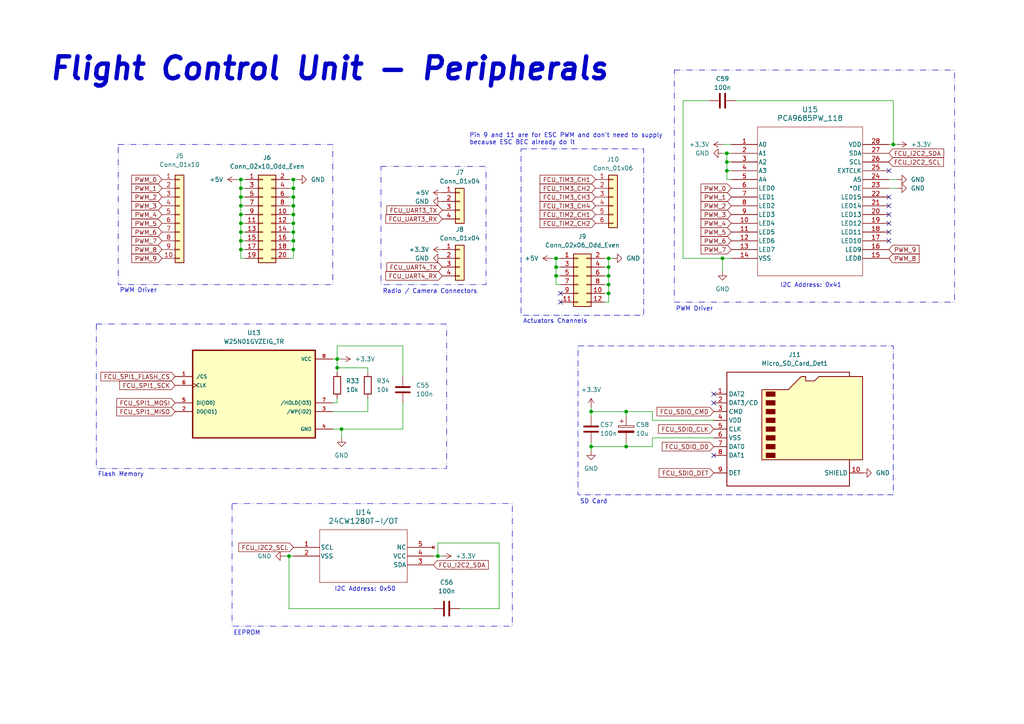
<source format=kicad_sch>
(kicad_sch (version 20250114) (generator "eeschema") (generator_version "9.0")
  (paper "A4")
  (title_block (title "Flight Control Unit - Peripherals") (rev "0.1.2") (company "Breno Soares Alves"))
  (lib_symbols
    (symbol "Aircraft_Components:24CW1280T-I_OT" (pin_names (offset 0.254))
      (property "Reference" "U" (at 20.32 10.16 0))
      (property "Value" "24CW1280T-I/OT" (at 20.32 7.62 0))
      (symbol "24CW1280T-I_OT_0_1"
        (polyline (pts (xy 7.62 5.08) (xy 7.62 -10.16)) (stroke (width 0.127)))
        (polyline (pts (xy 7.62 -10.16) (xy 33.02 -10.16)) (stroke (width 0.127)))
        (polyline (pts (xy 33.02 5.08) (xy 7.62 5.08)) (stroke (width 0.127)))
        (polyline (pts (xy 33.02 -10.16) (xy 33.02 5.08)) (stroke (width 0.127)))
        (pin unspecified line (at 0 0 0) (length 7.62) (name "SCL") (number "1"))
        (pin power_out line (at 0 -2.54 0) (length 7.62) (name "VSS") (number "2"))
        (pin no_connect line (at 40.64 0 180) (length 7.62) (name "NC") (number "5"))
        (pin power_in line (at 40.64 -2.54 180) (length 7.62) (name "VCC") (number "4"))
        (pin unspecified line (at 40.64 -5.08 180) (length 7.62) (name "SDA") (number "3"))
      )
    )
    (symbol "Aircraft_Components:PCA9685PW_118" (pin_names (offset 0.254))
      (property "Reference" "U" (at 22.86 10.16 0))
      (property "Value" "PCA9685PW_118" (at 22.86 7.62 0))
      (symbol "PCA9685PW_118_0_1"
        (polyline (pts (xy 7.62 5.08) (xy 7.62 -38.1)) (stroke (width 0.127)))
        (polyline (pts (xy 7.62 -38.1) (xy 38.1 -38.1)) (stroke (width 0.127)))
        (polyline (pts (xy 38.1 5.08) (xy 7.62 5.08)) (stroke (width 0.127)))
        (polyline (pts (xy 38.1 -38.1) (xy 38.1 5.08)) (stroke (width 0.127)))
        (pin input line (at 0 0 0) (length 7.62) (name "A0") (number "1"))
        (pin input line (at 0 -2.54 0) (length 7.62) (name "A1") (number "2"))
        (pin output line (at 0 -5.08 0) (length 7.62) (name "A2") (number "3"))
        (pin output line (at 0 -7.62 0) (length 7.62) (name "A3") (number "4"))
        (pin output line (at 0 -10.16 0) (length 7.62) (name "A4") (number "5"))
        (pin output line (at 0 -12.7 0) (length 7.62) (name "LED0") (number "6"))
        (pin output line (at 0 -15.24 0) (length 7.62) (name "LED1") (number "7"))
        (pin output line (at 0 -17.78 0) (length 7.62) (name "LED2") (number "8"))
        (pin output line (at 0 -20.32 0) (length 7.62) (name "LED3") (number "9"))
        (pin output line (at 0 -22.86 0) (length 7.62) (name "LED4") (number "10"))
        (pin power_out line (at 0 -25.4 0) (length 7.62) (name "LED5") (number "11"))
        (pin output line (at 0 -27.94 0) (length 7.62) (name "LED6") (number "12"))
        (pin output line (at 0 -30.48 0) (length 7.62) (name "LED7") (number "13"))
        (pin output line (at 0 -33.02 0) (length 7.62) (name "VSS") (number "14"))
        (pin input line (at 45.72 0 180) (length 7.62) (name "VDD") (number "28"))
        (pin input line (at 45.72 -2.54 180) (length 7.62) (name "SDA") (number "27"))
        (pin input line (at 45.72 -5.08 180) (length 7.62) (name "SCL") (number "26"))
        (pin power_in line (at 45.72 -7.62 180) (length 7.62) (name "EXTCLK") (number "25"))
        (pin bidirectional line (at 45.72 -10.16 180) (length 7.62) (name "A5") (number "24"))
        (pin input line (at 45.72 -12.7 180) (length 7.62) (name "*OE") (number "23"))
        (pin input line (at 45.72 -15.24 180) (length 7.62) (name "LED15") (number "22"))
        (pin bidirectional line (at 45.72 -17.78 180) (length 7.62) (name "LED14") (number "21"))
        (pin input line (at 45.72 -20.32 180) (length 7.62) (name "LED13") (number "20"))
        (pin output line (at 45.72 -22.86 180) (length 7.62) (name "LED12") (number "19"))
        (pin output line (at 45.72 -25.4 180) (length 7.62) (name "LED11") (number "18"))
        (pin output line (at 45.72 -27.94 180) (length 7.62) (name "LED10") (number "17"))
        (pin output line (at 45.72 -30.48 180) (length 7.62) (name "LED9") (number "16"))
        (pin output line (at 45.72 -33.02 180) (length 7.62) (name "LED8") (number "15"))
      )
    )
    (symbol "Aircraft_Components:W25N01GVZEIG_TR" (pin_names (offset 1.016))
      (property "Reference" "U" (at -17.78 13.7 0))
      (property "Value" "W25N01GVZEIG_TR" (at -17.78 -16.7 0))
      (symbol "W25N01GVZEIG_TR_0_0"
        (rectangle (start -17.78 12.7) (end 17.78 -12.7) (stroke (width 0.41)) (fill (type background)))
        (pin input line (at -22.86 5.08 0) (length 5.08) (name "/CS") (number "1"))
        (pin input clock (at -22.86 2.54 0) (length 5.08) (name "CLK") (number "6"))
        (pin bidirectional line (at -22.86 -2.54 0) (length 5.08) (name "DI(IO0)") (number "5"))
        (pin bidirectional line (at -22.86 -5.08 0) (length 5.08) (name "DO(IO1)") (number "2"))
        (pin power_in line (at 22.86 10.16 180) (length 5.08) (name "VCC") (number "8"))
        (pin bidirectional line (at 22.86 -2.54 180) (length 5.08) (name "/HOLD(IO3)") (number "7"))
        (pin bidirectional line (at 22.86 -5.08 180) (length 5.08) (name "/WP(IO2)") (number "3"))
        (pin power_in line (at 22.86 -10.16 180) (length 5.08) (name "GND") (number "4"))
      )
    )
    (symbol "Connector:Micro_SD_Card_Det1"
      (property "Reference" "J" (at -16.51 17.78 0))
      (property "Value" "Micro_SD_Card_Det1" (at 16.51 17.78 0))
      (symbol "Micro_SD_Card_Det1_0_1"
        (polyline (pts (xy -8.89 -8.89) (xy -8.89 11.43) (xy -1.27 11.43) (xy 2.54 15.24) (xy 3.81 15.24) (xy 3.81 13.97) (xy 6.35 13.97) (xy 7.62 15.24) (xy 20.32 15.24) (xy 20.32 -8.89) (xy -8.89 -8.89)) (stroke (width 0.254)) (fill (type background)))
        (rectangle (start -7.62 10.795) (end -5.08 9.525) (stroke (width 0.254)) (fill (type outline)))
        (rectangle (start -7.62 8.255) (end -5.08 6.985) (stroke (width 0.254)) (fill (type outline)))
        (rectangle (start -7.62 5.715) (end -5.08 4.445) (stroke (width 0.254)) (fill (type outline)))
        (rectangle (start -7.62 3.175) (end -5.08 1.905) (stroke (width 0.254)) (fill (type outline)))
        (rectangle (start -7.62 0.635) (end -5.08 -0.635) (stroke (width 0.254)) (fill (type outline)))
        (rectangle (start -7.62 -1.905) (end -5.08 -3.175) (stroke (width 0.254)) (fill (type outline)))
        (rectangle (start -7.62 -4.445) (end -5.08 -5.715) (stroke (width 0.254)) (fill (type outline)))
        (rectangle (start -7.62 -6.985) (end -5.08 -8.255) (stroke (width 0.254)) (fill (type outline)))
        (polyline (pts (xy 16.51 15.24) (xy 16.51 16.51) (xy -19.05 16.51) (xy -19.05 -16.51) (xy 16.51 -16.51) (xy 16.51 -8.89)) (stroke (width 0.254)))
      )
      (symbol "Micro_SD_Card_Det1_1_1"
        (pin bidirectional line (at -22.86 10.16 0) (length 3.81) (name "DAT2") (number "1"))
        (pin bidirectional line (at -22.86 7.62 0) (length 3.81) (name "DAT3/CD") (number "2"))
        (pin input line (at -22.86 5.08 0) (length 3.81) (name "CMD") (number "3"))
        (pin power_in line (at -22.86 2.54 0) (length 3.81) (name "VDD") (number "4"))
        (pin input line (at -22.86 0 0) (length 3.81) (name "CLK") (number "5"))
        (pin power_in line (at -22.86 -2.54 0) (length 3.81) (name "VSS") (number "6"))
        (pin bidirectional line (at -22.86 -5.08 0) (length 3.81) (name "DAT0") (number "7"))
        (pin bidirectional line (at -22.86 -7.62 0) (length 3.81) (name "DAT1") (number "8"))
        (pin passive line (at -22.86 -12.7 0) (length 3.81) (name "DET") (number "9"))
        (pin passive line (at 20.32 -12.7 180) (length 3.81) (name "SHIELD") (number "10"))
      )
    )
    (symbol "Connector_Generic:Conn_01x04" (pin_names (offset 1.016) (hide yes))
      (property "Reference" "J" (at 0 5.08 0))
      (property "Value" "Conn_01x04" (at 0 -7.62 0))
      (symbol "Conn_01x04_1_1"
        (rectangle (start -1.27 3.81) (end 1.27 -6.35) (stroke (width 0.254)) (fill (type background)))
        (rectangle (start -1.27 2.667) (end 0 2.413) (stroke (width 0.1524)))
        (rectangle (start -1.27 0.127) (end 0 -0.127) (stroke (width 0.1524)))
        (rectangle (start -1.27 -2.413) (end 0 -2.667) (stroke (width 0.1524)))
        (rectangle (start -1.27 -4.953) (end 0 -5.207) (stroke (width 0.1524)))
        (pin passive line (at -5.08 2.54 0) (length 3.81) (name "Pin_1") (number "1"))
        (pin passive line (at -5.08 0 0) (length 3.81) (name "Pin_2") (number "2"))
        (pin passive line (at -5.08 -2.54 0) (length 3.81) (name "Pin_3") (number "3"))
        (pin passive line (at -5.08 -5.08 0) (length 3.81) (name "Pin_4") (number "4"))
      )
    )
    (symbol "Connector_Generic:Conn_01x06" (pin_names (offset 1.016) (hide yes))
      (property "Reference" "J" (at 0 7.62 0))
      (property "Value" "Conn_01x06" (at 0 -10.16 0))
      (symbol "Conn_01x06_1_1"
        (rectangle (start -1.27 6.35) (end 1.27 -8.89) (stroke (width 0.254)) (fill (type background)))
        (rectangle (start -1.27 5.207) (end 0 4.953) (stroke (width 0.1524)))
        (rectangle (start -1.27 2.667) (end 0 2.413) (stroke (width 0.1524)))
        (rectangle (start -1.27 0.127) (end 0 -0.127) (stroke (width 0.1524)))
        (rectangle (start -1.27 -2.413) (end 0 -2.667) (stroke (width 0.1524)))
        (rectangle (start -1.27 -4.953) (end 0 -5.207) (stroke (width 0.1524)))
        (rectangle (start -1.27 -7.493) (end 0 -7.747) (stroke (width 0.1524)))
        (pin passive line (at -5.08 5.08 0) (length 3.81) (name "Pin_1") (number "1"))
        (pin passive line (at -5.08 2.54 0) (length 3.81) (name "Pin_2") (number "2"))
        (pin passive line (at -5.08 0 0) (length 3.81) (name "Pin_3") (number "3"))
        (pin passive line (at -5.08 -2.54 0) (length 3.81) (name "Pin_4") (number "4"))
        (pin passive line (at -5.08 -5.08 0) (length 3.81) (name "Pin_5") (number "5"))
        (pin passive line (at -5.08 -7.62 0) (length 3.81) (name "Pin_6") (number "6"))
      )
    )
    (symbol "Connector_Generic:Conn_01x10" (pin_names (offset 1.016) (hide yes))
      (property "Reference" "J" (at 0 12.7 0))
      (property "Value" "Conn_01x10" (at 0 -15.24 0))
      (symbol "Conn_01x10_1_1"
        (rectangle (start -1.27 11.43) (end 1.27 -13.97) (stroke (width 0.254)) (fill (type background)))
        (rectangle (start -1.27 10.287) (end 0 10.033) (stroke (width 0.1524)))
        (rectangle (start -1.27 7.747) (end 0 7.493) (stroke (width 0.1524)))
        (rectangle (start -1.27 5.207) (end 0 4.953) (stroke (width 0.1524)))
        (rectangle (start -1.27 2.667) (end 0 2.413) (stroke (width 0.1524)))
        (rectangle (start -1.27 0.127) (end 0 -0.127) (stroke (width 0.1524)))
        (rectangle (start -1.27 -2.413) (end 0 -2.667) (stroke (width 0.1524)))
        (rectangle (start -1.27 -4.953) (end 0 -5.207) (stroke (width 0.1524)))
        (rectangle (start -1.27 -7.493) (end 0 -7.747) (stroke (width 0.1524)))
        (rectangle (start -1.27 -10.033) (end 0 -10.287) (stroke (width 0.1524)))
        (rectangle (start -1.27 -12.573) (end 0 -12.827) (stroke (width 0.1524)))
        (pin passive line (at -5.08 10.16 0) (length 3.81) (name "Pin_1") (number "1"))
        (pin passive line (at -5.08 7.62 0) (length 3.81) (name "Pin_2") (number "2"))
        (pin passive line (at -5.08 5.08 0) (length 3.81) (name "Pin_3") (number "3"))
        (pin passive line (at -5.08 2.54 0) (length 3.81) (name "Pin_4") (number "4"))
        (pin passive line (at -5.08 0 0) (length 3.81) (name "Pin_5") (number "5"))
        (pin passive line (at -5.08 -2.54 0) (length 3.81) (name "Pin_6") (number "6"))
        (pin passive line (at -5.08 -5.08 0) (length 3.81) (name "Pin_7") (number "7"))
        (pin passive line (at -5.08 -7.62 0) (length 3.81) (name "Pin_8") (number "8"))
        (pin passive line (at -5.08 -10.16 0) (length 3.81) (name "Pin_9") (number "9"))
        (pin passive line (at -5.08 -12.7 0) (length 3.81) (name "Pin_10") (number "10"))
      )
    )
    (symbol "Connector_Generic:Conn_02x06_Odd_Even" (pin_names (offset 1.016) (hide yes))
      (property "Reference" "J" (at 1.27 7.62 0))
      (property "Value" "Conn_02x06_Odd_Even" (at 1.27 -10.16 0))
      (symbol "Conn_02x06_Odd_Even_1_1"
        (rectangle (start -1.27 6.35) (end 3.81 -8.89) (stroke (width 0.254)) (fill (type background)))
        (rectangle (start -1.27 5.207) (end 0 4.953) (stroke (width 0.1524)))
        (rectangle (start -1.27 2.667) (end 0 2.413) (stroke (width 0.1524)))
        (rectangle (start -1.27 0.127) (end 0 -0.127) (stroke (width 0.1524)))
        (rectangle (start -1.27 -2.413) (end 0 -2.667) (stroke (width 0.1524)))
        (rectangle (start -1.27 -4.953) (end 0 -5.207) (stroke (width 0.1524)))
        (rectangle (start -1.27 -7.493) (end 0 -7.747) (stroke (width 0.1524)))
        (rectangle (start 3.81 5.207) (end 2.54 4.953) (stroke (width 0.1524)))
        (rectangle (start 3.81 2.667) (end 2.54 2.413) (stroke (width 0.1524)))
        (rectangle (start 3.81 0.127) (end 2.54 -0.127) (stroke (width 0.1524)))
        (rectangle (start 3.81 -2.413) (end 2.54 -2.667) (stroke (width 0.1524)))
        (rectangle (start 3.81 -4.953) (end 2.54 -5.207) (stroke (width 0.1524)))
        (rectangle (start 3.81 -7.493) (end 2.54 -7.747) (stroke (width 0.1524)))
        (pin passive line (at -5.08 5.08 0) (length 3.81) (name "Pin_1") (number "1"))
        (pin passive line (at -5.08 2.54 0) (length 3.81) (name "Pin_3") (number "3"))
        (pin passive line (at -5.08 0 0) (length 3.81) (name "Pin_5") (number "5"))
        (pin passive line (at -5.08 -2.54 0) (length 3.81) (name "Pin_7") (number "7"))
        (pin passive line (at -5.08 -5.08 0) (length 3.81) (name "Pin_9") (number "9"))
        (pin passive line (at -5.08 -7.62 0) (length 3.81) (name "Pin_11") (number "11"))
        (pin passive line (at 7.62 5.08 180) (length 3.81) (name "Pin_2") (number "2"))
        (pin passive line (at 7.62 2.54 180) (length 3.81) (name "Pin_4") (number "4"))
        (pin passive line (at 7.62 0 180) (length 3.81) (name "Pin_6") (number "6"))
        (pin passive line (at 7.62 -2.54 180) (length 3.81) (name "Pin_8") (number "8"))
        (pin passive line (at 7.62 -5.08 180) (length 3.81) (name "Pin_10") (number "10"))
        (pin passive line (at 7.62 -7.62 180) (length 3.81) (name "Pin_12") (number "12"))
      )
    )
    (symbol "Connector_Generic:Conn_02x10_Odd_Even" (pin_names (offset 1.016) (hide yes))
      (property "Reference" "J" (at 1.27 12.7 0))
      (property "Value" "Conn_02x10_Odd_Even" (at 1.27 -15.24 0))
      (symbol "Conn_02x10_Odd_Even_1_1"
        (rectangle (start -1.27 11.43) (end 3.81 -13.97) (stroke (width 0.254)) (fill (type background)))
        (rectangle (start -1.27 10.287) (end 0 10.033) (stroke (width 0.1524)))
        (rectangle (start -1.27 7.747) (end 0 7.493) (stroke (width 0.1524)))
        (rectangle (start -1.27 5.207) (end 0 4.953) (stroke (width 0.1524)))
        (rectangle (start -1.27 2.667) (end 0 2.413) (stroke (width 0.1524)))
        (rectangle (start -1.27 0.127) (end 0 -0.127) (stroke (width 0.1524)))
        (rectangle (start -1.27 -2.413) (end 0 -2.667) (stroke (width 0.1524)))
        (rectangle (start -1.27 -4.953) (end 0 -5.207) (stroke (width 0.1524)))
        (rectangle (start -1.27 -7.493) (end 0 -7.747) (stroke (width 0.1524)))
        (rectangle (start -1.27 -10.033) (end 0 -10.287) (stroke (width 0.1524)))
        (rectangle (start -1.27 -12.573) (end 0 -12.827) (stroke (width 0.1524)))
        (rectangle (start 3.81 10.287) (end 2.54 10.033) (stroke (width 0.1524)))
        (rectangle (start 3.81 7.747) (end 2.54 7.493) (stroke (width 0.1524)))
        (rectangle (start 3.81 5.207) (end 2.54 4.953) (stroke (width 0.1524)))
        (rectangle (start 3.81 2.667) (end 2.54 2.413) (stroke (width 0.1524)))
        (rectangle (start 3.81 0.127) (end 2.54 -0.127) (stroke (width 0.1524)))
        (rectangle (start 3.81 -2.413) (end 2.54 -2.667) (stroke (width 0.1524)))
        (rectangle (start 3.81 -4.953) (end 2.54 -5.207) (stroke (width 0.1524)))
        (rectangle (start 3.81 -7.493) (end 2.54 -7.747) (stroke (width 0.1524)))
        (rectangle (start 3.81 -10.033) (end 2.54 -10.287) (stroke (width 0.1524)))
        (rectangle (start 3.81 -12.573) (end 2.54 -12.827) (stroke (width 0.1524)))
        (pin passive line (at -5.08 10.16 0) (length 3.81) (name "Pin_1") (number "1"))
        (pin passive line (at -5.08 7.62 0) (length 3.81) (name "Pin_3") (number "3"))
        (pin passive line (at -5.08 5.08 0) (length 3.81) (name "Pin_5") (number "5"))
        (pin passive line (at -5.08 2.54 0) (length 3.81) (name "Pin_7") (number "7"))
        (pin passive line (at -5.08 0 0) (length 3.81) (name "Pin_9") (number "9"))
        (pin passive line (at -5.08 -2.54 0) (length 3.81) (name "Pin_11") (number "11"))
        (pin passive line (at -5.08 -5.08 0) (length 3.81) (name "Pin_13") (number "13"))
        (pin passive line (at -5.08 -7.62 0) (length 3.81) (name "Pin_15") (number "15"))
        (pin passive line (at -5.08 -10.16 0) (length 3.81) (name "Pin_17") (number "17"))
        (pin passive line (at -5.08 -12.7 0) (length 3.81) (name "Pin_19") (number "19"))
        (pin passive line (at 7.62 10.16 180) (length 3.81) (name "Pin_2") (number "2"))
        (pin passive line (at 7.62 7.62 180) (length 3.81) (name "Pin_4") (number "4"))
        (pin passive line (at 7.62 5.08 180) (length 3.81) (name "Pin_6") (number "6"))
        (pin passive line (at 7.62 2.54 180) (length 3.81) (name "Pin_8") (number "8"))
        (pin passive line (at 7.62 0 180) (length 3.81) (name "Pin_10") (number "10"))
        (pin passive line (at 7.62 -2.54 180) (length 3.81) (name "Pin_12") (number "12"))
        (pin passive line (at 7.62 -5.08 180) (length 3.81) (name "Pin_14") (number "14"))
        (pin passive line (at 7.62 -7.62 180) (length 3.81) (name "Pin_16") (number "16"))
        (pin passive line (at 7.62 -10.16 180) (length 3.81) (name "Pin_18") (number "18"))
        (pin passive line (at 7.62 -12.7 180) (length 3.81) (name "Pin_20") (number "20"))
      )
    )
    (symbol "Device:C" (pin_numbers (hide yes)) (pin_names (offset 0.254))
      (property "Reference" "C" (at 0.635 2.54 0))
      (property "Value" "C" (at 0.635 -2.54 0))
      (symbol "C_0_1"
        (polyline (pts (xy -2.032 0.762) (xy 2.032 0.762)) (stroke (width 0.508)))
        (polyline (pts (xy -2.032 -0.762) (xy 2.032 -0.762)) (stroke (width 0.508)))
      )
      (symbol "C_1_1"
        (pin passive line (at 0 3.81 270) (length 2.794) (name "~") (number "1"))
        (pin passive line (at 0 -3.81 90) (length 2.794) (name "~") (number "2"))
      )
    )
    (symbol "Device:C_Polarized" (pin_numbers (hide yes)) (pin_names (offset 0.254))
      (property "Reference" "C" (at 0.635 2.54 0))
      (property "Value" "C_Polarized" (at 0.635 -2.54 0))
      (symbol "C_Polarized_0_1"
        (rectangle (start -2.286 0.508) (end 2.286 1.016))
        (polyline (pts (xy -1.778 2.286) (xy -0.762 2.286)))
        (polyline (pts (xy -1.27 2.794) (xy -1.27 1.778)))
        (rectangle (start 2.286 -0.508) (end -2.286 -1.016) (fill (type outline)))
      )
      (symbol "C_Polarized_1_1"
        (pin passive line (at 0 3.81 270) (length 2.794) (name "~") (number "1"))
        (pin passive line (at 0 -3.81 90) (length 2.794) (name "~") (number "2"))
      )
    )
    (symbol "Device:R" (pin_numbers (hide yes)) (pin_names (offset 0))
      (property "Reference" "R" (at 2.032 0 90))
      (property "Value" "R" (at 0 0 90))
      (symbol "R_0_1"
        (rectangle (start -1.016 -2.54) (end 1.016 2.54) (stroke (width 0.254)))
      )
      (symbol "R_1_1"
        (pin passive line (at 0 3.81 270) (length 1.27) (name "~") (number "1"))
        (pin passive line (at 0 -3.81 90) (length 1.27) (name "~") (number "2"))
      )
    )
    (symbol "power:+3.3V" (power) (pin_numbers (hide yes)) (pin_names (offset 0) (hide yes))
      (property "Value" "+3.3V" (at 0 3.556 0))
      (symbol "+3.3V_0_1"
        (polyline (pts (xy -0.762 1.27) (xy 0 2.54)))
        (polyline (pts (xy 0 2.54) (xy 0.762 1.27)))
        (polyline (pts (xy 0 0) (xy 0 2.54)))
      )
      (symbol "+3.3V_1_1"
        (pin power_in line (at 0 0 90) (length 0) (name "~") (number "1"))
      )
    )
    (symbol "power:+5V" (power) (pin_numbers (hide yes)) (pin_names (offset 0) (hide yes))
      (property "Value" "+5V" (at 0 3.556 0))
      (symbol "+5V_0_1"
        (polyline (pts (xy -0.762 1.27) (xy 0 2.54)))
        (polyline (pts (xy 0 2.54) (xy 0.762 1.27)))
        (polyline (pts (xy 0 0) (xy 0 2.54)))
      )
      (symbol "+5V_1_1"
        (pin power_in line (at 0 0 90) (length 0) (name "~") (number "1"))
      )
    )
    (symbol "power:GND" (power) (pin_numbers (hide yes)) (pin_names (offset 0) (hide yes))
      (property "Value" "GND" (at 0 -3.81 0))
      (symbol "GND_0_1"
        (polyline (pts (xy 0 0) (xy 0 -1.27) (xy 1.27 -1.27) (xy 0 -2.54) (xy -1.27 -1.27) (xy 0 -1.27)))
      )
      (symbol "GND_1_1"
        (pin power_in line (at 0 0 270) (length 0) (name "~") (number "1"))
      )
    )
  )
  (rectangle (start 27.94 93.98) (end 129.54 135.89) (stroke (width 0) (type dash_dot_dot)))
  (rectangle (start 110.49 48.26) (end 140.97 82.55) (stroke (width 0) (type dash_dot_dot)))
  (rectangle (start 67.31 146.05) (end 148.59 181.61) (stroke (width 0) (type dash_dot_dot)))
  (rectangle (start 195.58 20.32) (end 276.86 87.63) (stroke (width 0) (type dash_dot_dot)))
  (rectangle (start 167.64 100.33) (end 259.08 143.51) (stroke (width 0) (type dash_dot)))
  (rectangle (start 34.29 41.91) (end 96.52 82.55) (stroke (width 0) (type dash_dot_dot)))
  (rectangle (start 151.13 43.18) (end 186.69 91.44) (stroke (width 0) (type dash_dot)))
  (text "I2C Address: 0x50" (at 105.918 170.942 0) (effects (font (size 1.27 1.27))))
  (text "I2C Address: 0x41" (at 235.204 82.804 0) (effects (font (size 1.27 1.27))))
  (text "SD Card" (at 172.212 145.542 0) (effects (font (size 1.27 1.27))))
  (text "Pin 9 and 11 are for ESC PWM and don't need to supply\nbecause ESC BEC already do it" (at 136.144 40.386 0) (effects (font (size 1.27 1.27)) (justify left)))
  (text "Radio / Camera Connectors" (at 124.714 84.582 0) (effects (font (size 1.27 1.27))))
  (text "Actuators Channels" (at 161.036 93.218 0) (effects (font (size 1.27 1.27))))
  (text "PWM Driver" (at 201.422 89.662 0) (effects (font (size 1.27 1.27))))
  (text "PWM Driver" (at 40.132 84.328 0) (effects (font (size 1.27 1.27))))
  (text "Flash Memory" (at 35.052 137.668 0) (effects (font (size 1.27 1.27))))
  (text "Flight Control Unit - Peripherals" (at 95.504 20.066 0) (effects (font (size 6.35 6.35) (thickness 1.27) (bold yes) (italic yes))))
  (text "EEPROM" (at 71.628 183.642 0) (effects (font (size 1.27 1.27))))
  (junction (at 97.79 106.68))
  (junction (at 69.85 69.85))
  (junction (at 83.82 161.29))
  (junction (at 171.45 119.38))
  (junction (at 176.53 82.55))
  (junction (at 69.85 54.61))
  (junction (at 69.85 64.77))
  (junction (at 69.85 52.07))
  (junction (at 85.09 64.77))
  (junction (at 85.09 52.07))
  (junction (at 161.29 77.47))
  (junction (at 85.09 67.31))
  (junction (at 176.53 74.93))
  (junction (at 85.09 59.69))
  (junction (at 210.82 46.99))
  (junction (at 210.82 49.53))
  (junction (at 127 161.29))
  (junction (at 69.85 67.31))
  (junction (at 161.29 74.93))
  (junction (at 259.08 41.91))
  (junction (at 69.85 72.39))
  (junction (at 69.85 62.23))
  (junction (at 171.45 129.54))
  (junction (at 97.79 104.14))
  (junction (at 85.09 69.85))
  (junction (at 99.06 124.46))
  (junction (at 176.53 85.09))
  (junction (at 85.09 72.39))
  (junction (at 181.61 119.38))
  (junction (at 209.55 74.93))
  (junction (at 161.29 80.01))
  (junction (at 181.61 129.54))
  (junction (at 176.53 77.47))
  (junction (at 69.85 59.69))
  (junction (at 176.53 80.01))
  (junction (at 69.85 57.15))
  (junction (at 85.09 62.23))
  (junction (at 85.09 57.15))
  (junction (at 210.82 44.45))
  (junction (at 85.09 54.61))
  (no_connect (at 207.01 132.08))
  (no_connect (at 257.81 64.77))
  (no_connect (at 207.01 116.84))
  (no_connect (at 257.81 57.15))
  (no_connect (at 207.01 114.3))
  (no_connect (at 162.56 85.09))
  (no_connect (at 162.56 87.63))
  (no_connect (at 257.81 49.53))
  (no_connect (at 257.81 67.31))
  (no_connect (at 257.81 69.85))
  (no_connect (at 257.81 59.69))
  (no_connect (at 257.81 62.23))
  (wire (pts (xy 96.52 104.14) (xy 97.79 104.14)))
  (wire (pts (xy 82.55 161.29) (xy 83.82 161.29)))
  (wire (pts (xy 189.23 129.54) (xy 189.23 127)))
  (wire (pts (xy 127 157.48) (xy 144.78 157.48)))
  (wire (pts (xy 69.85 69.85) (xy 71.12 69.85)))
  (wire (pts (xy 210.82 52.07) (xy 212.09 52.07)))
  (wire (pts (xy 83.82 62.23) (xy 85.09 62.23)))
  (wire (pts (xy 85.09 67.31) (xy 85.09 64.77)))
  (wire (pts (xy 97.79 106.68) (xy 97.79 107.95)))
  (wire (pts (xy 161.29 74.93) (xy 161.29 77.47)))
  (wire (pts (xy 85.09 64.77) (xy 85.09 62.23)))
  (wire (pts (xy 99.06 124.46) (xy 116.84 124.46)))
  (wire (pts (xy 210.82 49.53) (xy 212.09 49.53)))
  (wire (pts (xy 69.85 57.15) (xy 71.12 57.15)))
  (wire (pts (xy 171.45 118.11) (xy 171.45 119.38)))
  (wire (pts (xy 209.55 44.45) (xy 210.82 44.45)))
  (wire (pts (xy 176.53 74.93) (xy 176.53 77.47)))
  (wire (pts (xy 69.85 52.07) (xy 71.12 52.07)))
  (wire (pts (xy 69.85 64.77) (xy 71.12 64.77)))
  (wire (pts (xy 210.82 49.53) (xy 210.82 52.07)))
  (wire (pts (xy 116.84 100.33) (xy 116.84 109.22)))
  (wire (pts (xy 69.85 54.61) (xy 71.12 54.61)))
  (wire (pts (xy 85.09 52.07) (xy 86.36 52.07)))
  (wire (pts (xy 69.85 67.31) (xy 71.12 67.31)))
  (wire (pts (xy 97.79 104.14) (xy 99.06 104.14)))
  (wire (pts (xy 69.85 74.93) (xy 71.12 74.93)))
  (wire (pts (xy 83.82 54.61) (xy 85.09 54.61)))
  (wire (pts (xy 257.81 54.61) (xy 260.35 54.61)))
  (wire (pts (xy 161.29 74.93) (xy 162.56 74.93)))
  (wire (pts (xy 106.68 106.68) (xy 97.79 106.68)))
  (wire (pts (xy 171.45 119.38) (xy 171.45 120.65)))
  (wire (pts (xy 85.09 72.39) (xy 85.09 69.85)))
  (wire (pts (xy 176.53 85.09) (xy 175.26 85.09)))
  (wire (pts (xy 209.55 41.91) (xy 212.09 41.91)))
  (wire (pts (xy 171.45 129.54) (xy 171.45 130.81)))
  (wire (pts (xy 69.85 67.31) (xy 69.85 69.85)))
  (wire (pts (xy 176.53 80.01) (xy 175.26 80.01)))
  (wire (pts (xy 160.02 74.93) (xy 161.29 74.93)))
  (wire (pts (xy 116.84 124.46) (xy 116.84 116.84)))
  (wire (pts (xy 171.45 129.54) (xy 181.61 129.54)))
  (wire (pts (xy 85.09 74.93) (xy 85.09 72.39)))
  (wire (pts (xy 189.23 119.38) (xy 189.23 121.92)))
  (wire (pts (xy 68.58 52.07) (xy 69.85 52.07)))
  (wire (pts (xy 198.12 29.21) (xy 205.74 29.21)))
  (wire (pts (xy 176.53 82.55) (xy 175.26 82.55)))
  (wire (pts (xy 96.52 116.84) (xy 97.79 116.84)))
  (wire (pts (xy 209.55 78.74) (xy 209.55 74.93)))
  (wire (pts (xy 127 161.29) (xy 127 157.48)))
  (wire (pts (xy 83.82 64.77) (xy 85.09 64.77)))
  (wire (pts (xy 210.82 44.45) (xy 210.82 46.99)))
  (wire (pts (xy 96.52 119.38) (xy 106.68 119.38)))
  (wire (pts (xy 257.81 52.07) (xy 260.35 52.07)))
  (wire (pts (xy 106.68 107.95) (xy 106.68 106.68)))
  (wire (pts (xy 176.53 74.93) (xy 177.8 74.93)))
  (wire (pts (xy 85.09 57.15) (xy 85.09 54.61)))
  (wire (pts (xy 69.85 69.85) (xy 69.85 72.39)))
  (wire (pts (xy 97.79 116.84) (xy 97.79 115.57)))
  (wire (pts (xy 176.53 77.47) (xy 176.53 80.01)))
  (wire (pts (xy 69.85 62.23) (xy 71.12 62.23)))
  (wire (pts (xy 99.06 124.46) (xy 96.52 124.46)))
  (wire (pts (xy 189.23 121.92) (xy 207.01 121.92)))
  (wire (pts (xy 106.68 119.38) (xy 106.68 115.57)))
  (wire (pts (xy 85.09 59.69) (xy 85.09 57.15)))
  (wire (pts (xy 83.82 176.53) (xy 125.73 176.53)))
  (wire (pts (xy 175.26 74.93) (xy 176.53 74.93)))
  (wire (pts (xy 97.79 104.14) (xy 97.79 106.68)))
  (wire (pts (xy 161.29 77.47) (xy 161.29 80.01)))
  (wire (pts (xy 69.85 57.15) (xy 69.85 59.69)))
  (wire (pts (xy 85.09 54.61) (xy 85.09 52.07)))
  (wire (pts (xy 210.82 46.99) (xy 210.82 49.53)))
  (wire (pts (xy 259.08 29.21) (xy 259.08 41.91)))
  (wire (pts (xy 85.09 62.23) (xy 85.09 59.69)))
  (wire (pts (xy 176.53 82.55) (xy 176.53 85.09)))
  (wire (pts (xy 69.85 52.07) (xy 69.85 54.61)))
  (wire (pts (xy 161.29 80.01) (xy 162.56 80.01)))
  (wire (pts (xy 133.35 176.53) (xy 144.78 176.53)))
  (wire (pts (xy 83.82 72.39) (xy 85.09 72.39)))
  (wire (pts (xy 99.06 127) (xy 99.06 124.46)))
  (wire (pts (xy 85.09 69.85) (xy 85.09 67.31)))
  (wire (pts (xy 83.82 161.29) (xy 85.09 161.29)))
  (wire (pts (xy 161.29 82.55) (xy 162.56 82.55)))
  (wire (pts (xy 69.85 72.39) (xy 69.85 74.93)))
  (wire (pts (xy 181.61 119.38) (xy 189.23 119.38)))
  (wire (pts (xy 213.36 29.21) (xy 259.08 29.21)))
  (wire (pts (xy 161.29 80.01) (xy 161.29 82.55)))
  (wire (pts (xy 97.79 104.14) (xy 97.79 100.33)))
  (wire (pts (xy 257.81 41.91) (xy 259.08 41.91)))
  (wire (pts (xy 83.82 74.93) (xy 85.09 74.93)))
  (wire (pts (xy 83.82 57.15) (xy 85.09 57.15)))
  (wire (pts (xy 189.23 127) (xy 207.01 127)))
  (wire (pts (xy 181.61 128.27) (xy 181.61 129.54)))
  (wire (pts (xy 176.53 77.47) (xy 175.26 77.47)))
  (wire (pts (xy 259.08 41.91) (xy 260.35 41.91)))
  (wire (pts (xy 161.29 77.47) (xy 162.56 77.47)))
  (wire (pts (xy 181.61 129.54) (xy 189.23 129.54)))
  (wire (pts (xy 69.85 64.77) (xy 69.85 67.31)))
  (wire (pts (xy 176.53 80.01) (xy 176.53 82.55)))
  (wire (pts (xy 171.45 128.27) (xy 171.45 129.54)))
  (wire (pts (xy 83.82 52.07) (xy 85.09 52.07)))
  (wire (pts (xy 69.85 62.23) (xy 69.85 64.77)))
  (wire (pts (xy 209.55 74.93) (xy 212.09 74.93)))
  (wire (pts (xy 198.12 74.93) (xy 198.12 29.21)))
  (wire (pts (xy 83.82 69.85) (xy 85.09 69.85)))
  (wire (pts (xy 176.53 87.63) (xy 175.26 87.63)))
  (wire (pts (xy 97.79 100.33) (xy 116.84 100.33)))
  (wire (pts (xy 83.82 67.31) (xy 85.09 67.31)))
  (wire (pts (xy 176.53 85.09) (xy 176.53 87.63)))
  (wire (pts (xy 69.85 59.69) (xy 71.12 59.69)))
  (wire (pts (xy 210.82 46.99) (xy 212.09 46.99)))
  (wire (pts (xy 181.61 119.38) (xy 181.61 120.65)))
  (wire (pts (xy 209.55 74.93) (xy 198.12 74.93)))
  (wire (pts (xy 83.82 59.69) (xy 85.09 59.69)))
  (wire (pts (xy 69.85 72.39) (xy 71.12 72.39)))
  (wire (pts (xy 171.45 119.38) (xy 181.61 119.38)))
  (wire (pts (xy 127 161.29) (xy 128.27 161.29)))
  (wire (pts (xy 125.73 161.29) (xy 127 161.29)))
  (wire (pts (xy 144.78 157.48) (xy 144.78 176.53)))
  (wire (pts (xy 69.85 59.69) (xy 69.85 62.23)))
  (wire (pts (xy 83.82 161.29) (xy 83.82 176.53)))
  (wire (pts (xy 210.82 44.45) (xy 212.09 44.45)))
  (wire (pts (xy 69.85 54.61) (xy 69.85 57.15)))
  (global_label "FCU_UART4_TX" (shape input) (at 128.27 77.47 180) (property "Intersheetrefs" "${INTERSHEET_REFS}" (effects (hide yes))))
  (global_label "PWM_3" (shape input) (at 212.09 62.23 180) (property "Intersheetrefs" "${INTERSHEET_REFS}" (effects (hide yes))))
  (global_label "PWM_0" (shape input) (at 46.99 52.07 180) (property "Intersheetrefs" "${INTERSHEET_REFS}" (effects (hide yes))))
  (global_label "PWM_9" (shape input) (at 257.81 72.39 0) (property "Intersheetrefs" "${INTERSHEET_REFS}" (effects (hide yes))))
  (global_label "FCU_SPI1_MISO" (shape input) (at 50.8 119.38 180) (property "Intersheetrefs" "${INTERSHEET_REFS}" (effects (hide yes))))
  (global_label "PWM_1" (shape input) (at 212.09 57.15 180) (property "Intersheetrefs" "${INTERSHEET_REFS}" (effects (hide yes))))
  (global_label "PWM_4" (shape input) (at 46.99 62.23 180) (property "Intersheetrefs" "${INTERSHEET_REFS}" (effects (hide yes))))
  (global_label "PWM_3" (shape input) (at 46.99 59.69 180) (property "Intersheetrefs" "${INTERSHEET_REFS}" (effects (hide yes))))
  (global_label "PWM_4" (shape input) (at 212.09 64.77 180) (property "Intersheetrefs" "${INTERSHEET_REFS}" (effects (hide yes))))
  (global_label "FCU_TIM3_CH4" (shape input) (at 172.72 59.69 180) (property "Intersheetrefs" "${INTERSHEET_REFS}" (effects (hide yes))))
  (global_label "FCU_SDIO_DET" (shape input) (at 207.01 137.16 180) (property "Intersheetrefs" "${INTERSHEET_REFS}" (effects (hide yes))))
  (global_label "FCU_UART3_TX" (shape input) (at 128.27 60.96 180) (property "Intersheetrefs" "${INTERSHEET_REFS}" (effects (hide yes))))
  (global_label "PWM_8" (shape input) (at 46.99 72.39 180) (property "Intersheetrefs" "${INTERSHEET_REFS}" (effects (hide yes))))
  (global_label "PWM_5" (shape input) (at 212.09 67.31 180) (property "Intersheetrefs" "${INTERSHEET_REFS}" (effects (hide yes))))
  (global_label "FCU_SDIO_CMD" (shape input) (at 207.01 119.38 180) (property "Intersheetrefs" "${INTERSHEET_REFS}" (effects (hide yes))))
  (global_label "PWM_6" (shape input) (at 46.99 67.31 180) (property "Intersheetrefs" "${INTERSHEET_REFS}" (effects (hide yes))))
  (global_label "PWM_9" (shape input) (at 46.99 74.93 180) (property "Intersheetrefs" "${INTERSHEET_REFS}" (effects (hide yes))))
  (global_label "FCU_SDIO_CLK" (shape input) (at 207.01 124.46 180) (property "Intersheetrefs" "${INTERSHEET_REFS}" (effects (hide yes))))
  (global_label "FCU_SDIO_D0" (shape input) (at 207.01 129.54 180) (property "Intersheetrefs" "${INTERSHEET_REFS}" (effects (hide yes))))
  (global_label "FCU_TIM3_CH1" (shape input) (at 172.72 52.07 180) (property "Intersheetrefs" "${INTERSHEET_REFS}" (effects (hide yes))))
  (global_label "PWM_7" (shape input) (at 212.09 72.39 180) (property "Intersheetrefs" "${INTERSHEET_REFS}" (effects (hide yes))))
  (global_label "PWM_2" (shape input) (at 46.99 57.15 180) (property "Intersheetrefs" "${INTERSHEET_REFS}" (effects (hide yes))))
  (global_label "PWM_0" (shape input) (at 212.09 54.61 180) (property "Intersheetrefs" "${INTERSHEET_REFS}" (effects (hide yes))))
  (global_label "PWM_2" (shape input) (at 212.09 59.69 180) (property "Intersheetrefs" "${INTERSHEET_REFS}" (effects (hide yes))))
  (global_label "FCU_SPI1_MOSI" (shape input) (at 50.8 116.84 180) (property "Intersheetrefs" "${INTERSHEET_REFS}" (effects (hide yes))))
  (global_label "FCU_TIM2_CH1" (shape input) (at 172.72 62.23 180) (property "Intersheetrefs" "${INTERSHEET_REFS}" (effects (hide yes))))
  (global_label "FCU_SPI1_SCK" (shape input) (at 50.8 111.76 180) (property "Intersheetrefs" "${INTERSHEET_REFS}" (effects (hide yes))))
  (global_label "FCU_TIM3_CH3" (shape input) (at 172.72 57.15 180) (property "Intersheetrefs" "${INTERSHEET_REFS}" (effects (hide yes))))
  (global_label "FCU_SPI1_FLASH_CS" (shape input) (at 50.8 109.22 180) (property "Intersheetrefs" "${INTERSHEET_REFS}" (effects (hide yes))))
  (global_label "FCU_TIM2_CH2" (shape input) (at 172.72 64.77 180) (property "Intersheetrefs" "${INTERSHEET_REFS}" (effects (hide yes))))
  (global_label "PWM_1" (shape input) (at 46.99 54.61 180) (property "Intersheetrefs" "${INTERSHEET_REFS}" (effects (hide yes))))
  (global_label "FCU_UART4_RX" (shape input) (at 128.27 80.01 180) (property "Intersheetrefs" "${INTERSHEET_REFS}" (effects (hide yes))))
  (global_label "FCU_TIM3_CH2" (shape input) (at 172.72 54.61 180) (property "Intersheetrefs" "${INTERSHEET_REFS}" (effects (hide yes))))
  (global_label "PWM_5" (shape input) (at 46.99 64.77 180) (property "Intersheetrefs" "${INTERSHEET_REFS}" (effects (hide yes))))
  (global_label "PWM_8" (shape input) (at 257.81 74.93 0) (property "Intersheetrefs" "${INTERSHEET_REFS}" (effects (hide yes))))
  (global_label "FCU_UART3_RX" (shape input) (at 128.27 63.5 180) (property "Intersheetrefs" "${INTERSHEET_REFS}" (effects (hide yes))))
  (global_label "FCU_I2C2_SDA" (shape input) (at 257.81 44.45 0) (property "Intersheetrefs" "${INTERSHEET_REFS}" (effects (hide yes))))
  (global_label "FCU_I2C2_SDA" (shape input) (at 125.73 163.83 0) (property "Intersheetrefs" "${INTERSHEET_REFS}" (effects (hide yes))))
  (global_label "FCU_I2C2_SCL" (shape input) (at 85.09 158.75 180) (property "Intersheetrefs" "${INTERSHEET_REFS}" (effects (hide yes))))
  (global_label "PWM_6" (shape input) (at 212.09 69.85 180) (property "Intersheetrefs" "${INTERSHEET_REFS}" (effects (hide yes))))
  (global_label "PWM_7" (shape input) (at 46.99 69.85 180) (property "Intersheetrefs" "${INTERSHEET_REFS}" (effects (hide yes))))
  (global_label "FCU_I2C2_SCL" (shape input) (at 257.81 46.99 0) (property "Intersheetrefs" "${INTERSHEET_REFS}" (effects (hide yes))))
  (symbol (lib_id "power:GND") (at 250.19 137.16 90) (unit 1)
    (property "Reference" "#PWR0106" (effects (hide yes)))
    (property "Value" "GND" (at 254 137.1599 90) (effects (justify right)))
    (property "Description" "Power symbol creates a global label with name \"GND\" , ground" (effects (hide yes)))
  )
  (symbol (lib_id "Device:C") (at 116.84 113.03 0) (unit 1)
    (property "Reference" "C55" (at 120.65 111.7599 0) (effects (justify left)))
    (property "Value" "100n" (at 120.65 114.2999 0) (effects (justify left)))
    (property "Footprint" "Capacitor_SMD:C_0603_1608Metric" (effects (hide yes)))
    (property "Description" "Unpolarized capacitor" (effects (hide yes)))
  )
  (symbol (lib_id "power:+5V") (at 160.02 74.93 90) (unit 1)
    (property "Reference" "#PWR099" (effects (hide yes)))
    (property "Value" "+5V" (at 156.21 74.9299 90) (effects (justify left)))
    (property "Description" "Power symbol creates a global label with name \"+5V\"" (effects (hide yes)))
  )
  (symbol (lib_id "power:+3.3V") (at 260.35 41.91 270) (unit 1)
    (property "Reference" "#PWR0107" (effects (hide yes)))
    (property "Value" "+3.3V" (at 264.16 41.9099 90) (effects (justify left)))
    (property "Description" "Power symbol creates a global label with name \"+3.3V\"" (effects (hide yes)))
  )
  (symbol (lib_id "power:GND") (at 128.27 74.93 270) (mirror x) (unit 1)
    (property "Reference" "#PWR097" (effects (hide yes)))
    (property "Value" "GND" (at 124.46 74.9299 90) (effects (justify right)))
    (property "Description" "Power symbol creates a global label with name \"GND\" , ground" (effects (hide yes)))
  )
  (symbol (lib_id "Connector_Generic:Conn_01x06") (at 177.8 57.15 0) (unit 1)
    (property "Reference" "J10" (at 177.8 46.228 0))
    (property "Value" "Conn_01x06" (at 177.8 48.768 0))
    (property "Footprint" "Connector_PinHeader_2.54mm:PinHeader_1x06_P2.54mm_Vertical" (effects (hide yes)))
    (property "Description" "Generic connector, single row, 01x06, script generated (kicad-library-utils/schlib/autogen/connector/)" (effects (hide yes)))
  )
  (symbol (lib_id "Device:R") (at 106.68 111.76 0) (unit 1)
    (property "Reference" "R34" (at 109.22 110.4899 0) (effects (justify left)))
    (property "Value" "10k" (at 109.22 113.0299 0) (effects (justify left)))
    (property "Footprint" "Resistor_SMD:R_0603_1608Metric_Pad0.98x0.95mm_HandSolder" (effects (hide yes)))
    (property "Description" "Resistor" (effects (hide yes)))
  )
  (symbol (lib_id "Device:C") (at 129.54 176.53 270) (unit 1)
    (property "Reference" "C56" (at 129.54 168.91 90))
    (property "Value" "100n" (at 129.54 171.45 90))
    (property "Footprint" "Capacitor_SMD:C_0603_1608Metric" (effects (hide yes)))
    (property "Description" "Unpolarized capacitor" (effects (hide yes)))
  )
  (symbol (lib_id "Connector_Generic:Conn_01x10") (at 52.07 62.23 0) (unit 1)
    (property "Reference" "J5" (at 52.07 45.212 0))
    (property "Value" "Conn_01x10" (at 52.07 47.752 0))
    (property "Footprint" "Connector_PinHeader_2.54mm:PinHeader_1x10_P2.54mm_Vertical" (effects (hide yes)))
    (property "Description" "Generic connector, single row, 01x10, script generated (kicad-library-utils/schlib/autogen/connector/)" (effects (hide yes)))
  )
  (symbol (lib_id "Aircraft_Components:PCA9685PW_118") (at 212.09 41.91 0) (unit 1)
    (property "Reference" "U15" (at 234.95 31.75 0) (effects (font (size 1.524 1.524))))
    (property "Value" "PCA9685PW_118" (at 234.95 34.29 0) (effects (font (size 1.524 1.524))))
    (property "Footprint" "Aircraft_Footprints:TSSOP28_SOT361-1_NXP" (effects (hide yes)))
    (property "Datasheet" "PCA9685PW_118" (effects (hide yes)))
  )
  (symbol (lib_id "power:+3.3V") (at 99.06 104.14 270) (unit 1)
    (property "Reference" "#PWR092" (effects (hide yes)))
    (property "Value" "+3.3V" (at 102.87 104.1399 90) (effects (justify left)))
    (property "Description" "Power symbol creates a global label with name \"+3.3V\"" (effects (hide yes)))
  )
  (symbol (lib_id "Device:R") (at 97.79 111.76 0) (unit 1)
    (property "Reference" "R33" (at 100.33 110.4899 0) (effects (justify left)))
    (property "Value" "10k" (at 100.33 113.0299 0) (effects (justify left)))
    (property "Footprint" "Resistor_SMD:R_0603_1608Metric_Pad0.98x0.95mm_HandSolder" (effects (hide yes)))
    (property "Description" "Resistor" (effects (hide yes)))
  )
  (symbol (lib_id "power:+5V") (at 68.58 52.07 90) (unit 1)
    (property "Reference" "#PWR089" (effects (hide yes)))
    (property "Value" "+5V" (at 64.77 52.0699 90) (effects (justify left)))
    (property "Description" "Power symbol creates a global label with name \"+5V\"" (effects (hide yes)))
  )
  (symbol (lib_id "Connector_Generic:Conn_01x04") (at 133.35 74.93 0) (unit 1)
    (property "Reference" "J8" (at 133.35 66.548 0))
    (property "Value" "Conn_01x04" (at 133.35 69.088 0))
    (property "Footprint" "Connector_JST:JST_PH_S4B-PH-K_1x04_P2.00mm_Horizontal" (effects (hide yes)))
    (property "Description" "Generic connector, single row, 01x04, script generated (kicad-library-utils/schlib/autogen/connector/)" (effects (hide yes)))
  )
  (symbol (lib_id "power:+3.3V") (at 128.27 72.39 90) (mirror x) (unit 1)
    (property "Reference" "#PWR096" (effects (hide yes)))
    (property "Value" "+3.3V" (at 124.46 72.3899 90) (effects (justify left)))
    (property "Description" "Power symbol creates a global label with name \"+3.3V\"" (effects (hide yes)))
  )
  (symbol (lib_id "power:GND") (at 209.55 78.74 0) (unit 1)
    (property "Reference" "#PWR0105" (effects (hide yes)))
    (property "Value" "GND" (at 209.55 83.82 0))
    (property "Description" "Power symbol creates a global label with name \"GND\" , ground" (effects (hide yes)))
  )
  (symbol (lib_id "Connector:Micro_SD_Card_Det1") (at 229.87 124.46 0) (unit 1)
    (property "Reference" "J11" (at 230.505 102.87 0))
    (property "Value" "Micro_SD_Card_Det1" (at 230.505 105.41 0))
    (property "Footprint" "Connector_Card:microSD_HC_Hirose_DM3AT-SF-PEJM5" (effects (hide yes)))
    (property "Datasheet" "https://datasheet.lcsc.com/lcsc/2110151630_XKB-Connectivity-XKTF-015-N_C381082.pdf" (effects (hide yes)))
    (property "Description" "Micro SD Card Socket with one card detection pin" (effects (hide yes)))
  )
  (symbol (lib_id "power:GND") (at 86.36 52.07 90) (unit 1)
    (property "Reference" "#PWR091" (effects (hide yes)))
    (property "Value" "GND" (at 90.17 52.0699 90) (effects (justify right)))
    (property "Description" "Power symbol creates a global label with name \"GND\" , ground" (effects (hide yes)))
  )
  (symbol (lib_id "power:+3.3V") (at 209.55 41.91 90) (unit 1)
    (property "Reference" "#PWR0103" (effects (hide yes)))
    (property "Value" "+3.3V" (at 205.74 41.9099 90) (effects (justify left)))
    (property "Description" "Power symbol creates a global label with name \"+3.3V\"" (effects (hide yes)))
  )
  (symbol (lib_id "power:GND") (at 99.06 127 0) (unit 1)
    (property "Reference" "#PWR093" (effects (hide yes)))
    (property "Value" "GND" (at 99.06 132.08 0))
    (property "Description" "Power symbol creates a global label with name \"GND\" , ground" (effects (hide yes)))
  )
  (symbol (lib_id "power:GND") (at 260.35 54.61 90) (unit 1)
    (property "Reference" "#PWR0109" (effects (hide yes)))
    (property "Value" "GND" (at 264.16 54.6099 90) (effects (justify right)))
    (property "Description" "Power symbol creates a global label with name \"GND\" , ground" (effects (hide yes)))
  )
  (symbol (lib_id "power:+3.3V") (at 128.27 161.29 270) (unit 1)
    (property "Reference" "#PWR098" (effects (hide yes)))
    (property "Value" "+3.3V" (at 132.08 161.2899 90) (effects (justify left)))
    (property "Description" "Power symbol creates a global label with name \"+3.3V\"" (effects (hide yes)))
  )
  (symbol (lib_id "Aircraft_Components:24CW1280T-I_OT") (at 85.09 158.75 0) (unit 1)
    (property "Reference" "U14" (at 105.41 148.59 0) (effects (font (size 1.524 1.524))))
    (property "Value" "24CW1280T-I/OT" (at 105.41 151.13 0) (effects (font (size 1.524 1.524))))
    (property "Footprint" "Aircraft_Footprints:SOT-23-5_2P9X1P6_MCH" (effects (hide yes)))
    (property "Datasheet" "24CW1280T-I/OT" (effects (hide yes)))
  )
  (symbol (lib_id "power:GND") (at 128.27 58.42 270) (mirror x) (unit 1)
    (property "Reference" "#PWR095" (effects (hide yes)))
    (property "Value" "GND" (at 124.46 58.4199 90) (effects (justify right)))
    (property "Description" "Power symbol creates a global label with name \"GND\" , ground" (effects (hide yes)))
  )
  (symbol (lib_id "power:GND") (at 260.35 52.07 90) (unit 1)
    (property "Reference" "#PWR0108" (effects (hide yes)))
    (property "Value" "GND" (at 264.16 52.0699 90) (effects (justify right)))
    (property "Description" "Power symbol creates a global label with name \"GND\" , ground" (effects (hide yes)))
  )
  (symbol (lib_id "Connector_Generic:Conn_02x06_Odd_Even") (at 167.64 80.01 0) (unit 1)
    (property "Reference" "J9" (at 168.91 68.58 0))
    (property "Value" "Conn_02x06_Odd_Even" (at 168.91 71.12 0))
    (property "Footprint" "Connector_PinHeader_2.54mm:PinHeader_2x06_P2.54mm_Vertical" (effects (hide yes)))
    (property "Description" "Generic connector, double row, 02x06, odd/even pin numbering scheme (row 1 odd numbers, row 2 even numbers), script generated (kicad-library-utils/schlib/autogen/connector/)" (effects (hide yes)))
  )
  (symbol (lib_id "Connector_Generic:Conn_02x10_Odd_Even") (at 76.2 62.23 0) (unit 1)
    (property "Reference" "J6" (at 77.47 45.72 0))
    (property "Value" "Conn_02x10_Odd_Even" (at 77.47 48.26 0))
    (property "Footprint" "Connector_PinHeader_2.54mm:PinHeader_2x10_P2.54mm_Vertical" (effects (hide yes)))
    (property "Description" "Generic connector, double row, 02x10, odd/even pin numbering scheme (row 1 odd numbers, row 2 even numbers), script generated (kicad-library-utils/schlib/autogen/connector/)" (effects (hide yes)))
  )
  (symbol (lib_id "Device:C_Polarized") (at 181.61 124.46 0) (unit 1)
    (property "Reference" "C58" (at 184.404 123.19 0) (effects (justify left)))
    (property "Value" "10u" (at 184.404 125.73 0) (effects (justify left)))
    (property "Footprint" "Capacitor_Tantalum_SMD:CP_EIA-1608-08_AVX-J" (effects (hide yes)))
    (property "Description" "Polarized capacitor" (effects (hide yes)))
  )
  (symbol (lib_id "power:+3.3V") (at 171.45 118.11 0) (unit 1)
    (property "Reference" "#PWR0100" (effects (hide yes)))
    (property "Value" "+3.3V" (at 171.45 113.03 0))
    (property "Description" "Power symbol creates a global label with name \"+3.3V\"" (effects (hide yes)))
  )
  (symbol (lib_id "Device:C") (at 209.55 29.21 270) (unit 1)
    (property "Reference" "C59" (at 209.55 22.86 90))
    (property "Value" "100n" (at 209.55 25.4 90))
    (property "Footprint" "Capacitor_SMD:C_0603_1608Metric" (effects (hide yes)))
    (property "Description" "Unpolarized capacitor" (effects (hide yes)))
  )
  (symbol (lib_id "Aircraft_Components:W25N01GVZEIG_TR") (at 73.66 114.3 0) (unit 1)
    (property "Reference" "U13" (at 73.66 96.52 0))
    (property "Value" "W25N01GVZEIG_TR" (at 73.66 99.06 0))
    (property "Footprint" "Aircraft_Footprints:SON127P800X600X80-9N" (effects (hide yes)))
    (property "Datasheet" "https://www.winbond.com/resource-files/W25N01GV%20Rev%20O%20092619.pdf" (effects (hide yes)))
    (property "Description" "Ic Flash 1gbit 104mhz 8wson" (effects (hide yes)))
    (property "MF" "Winbond Electronics" (effects (hide yes)))
    (property "PACKAGE" "WSON-8 Winbond" (effects (hide yes)))
    (property "PRICE" "None" (effects (hide yes)))
    (property "Package" "WSON-8 Winbond" (effects (hide yes)))
    (property "Check_prices" "https://www.snapeda.com/parts/W25N01GVZEIG%20TR/Winbond/view-part/?ref=eda" (effects (hide yes)))
    (property "STANDARD" "IPC7351B" (effects (hide yes)))
    (property "SnapEDA_Link" "https://www.snapeda.com/parts/W25N01GVZEIG%20TR/Winbond/view-part/?ref=snap" (effects (hide yes)))
    (property "MP" "W25N01GVZEIG TR" (effects (hide yes)))
    (property "Purchase-URL" "https://www.snapeda.com/api/url_track_click_mouser/?unipart_id=1101444&manufacturer=Winbond Electronics&part_name=W25N01GVZEIG TR&search_term=None" (effects (hide yes)))
    (property "Description_1" "FLASH - NAND Memory IC 1Gb (128M x 8) SPI 104 MHz 8-WSON (8x6)" (effects (hide yes)))
    (property "Availability" "In Stock" (effects (hide yes)))
    (property "Price" "None" (effects (hide yes)))
    (property "MANUFACTURER" "Winbond Electronics" (effects (hide yes)))
  )
  (symbol (lib_id "power:GND") (at 171.45 130.81 0) (unit 1)
    (property "Reference" "#PWR0101" (effects (hide yes)))
    (property "Value" "GND" (at 171.45 135.89 0))
    (property "Description" "Power symbol creates a global label with name \"GND\" , ground" (effects (hide yes)))
  )
  (symbol (lib_id "power:GND") (at 82.55 161.29 270) (unit 1)
    (property "Reference" "#PWR090" (effects (hide yes)))
    (property "Value" "GND" (at 78.74 161.2899 90) (effects (justify right)))
    (property "Description" "Power symbol creates a global label with name \"GND\" , ground" (effects (hide yes)))
  )
  (symbol (lib_id "power:GND") (at 209.55 44.45 270) (unit 1)
    (property "Reference" "#PWR0104" (effects (hide yes)))
    (property "Value" "GND" (at 205.74 44.4499 90) (effects (justify right)))
    (property "Description" "Power symbol creates a global label with name \"GND\" , ground" (effects (hide yes)))
  )
  (symbol (lib_id "power:+5V") (at 128.27 55.88 90) (unit 1)
    (property "Reference" "#PWR094" (effects (hide yes)))
    (property "Value" "+5V" (at 124.46 55.8799 90) (effects (justify left)))
    (property "Description" "Power symbol creates a global label with name \"+5V\"" (effects (hide yes)))
  )
  (symbol (lib_id "Device:C") (at 171.45 124.46 0) (unit 1)
    (property "Reference" "C57" (at 173.99 123.19 0) (effects (justify left)))
    (property "Value" "100n" (at 173.99 125.73 0) (effects (justify left)))
    (property "Footprint" "Capacitor_SMD:C_0603_1608Metric" (effects (hide yes)))
    (property "Description" "Unpolarized capacitor" (effects (hide yes)))
  )
  (symbol (lib_id "power:GND") (at 177.8 74.93 90) (unit 1)
    (property "Reference" "#PWR0102" (effects (hide yes)))
    (property "Value" "GND" (at 181.61 74.9299 90) (effects (justify right)))
    (property "Description" "Power symbol creates a global label with name \"GND\" , ground" (effects (hide yes)))
  )
  (symbol (lib_id "Connector_Generic:Conn_01x04") (at 133.35 58.42 0) (unit 1)
    (property "Reference" "J7" (at 133.35 50.038 0))
    (property "Value" "Conn_01x04" (at 133.35 52.578 0))
    (property "Footprint" "Connector_JST:JST_PH_S4B-PH-K_1x04_P2.00mm_Horizontal" (effects (hide yes)))
    (property "Description" "Generic connector, single row, 01x04, script generated (kicad-library-utils/schlib/autogen/connector/)" (effects (hide yes)))
  )
)
</source>
